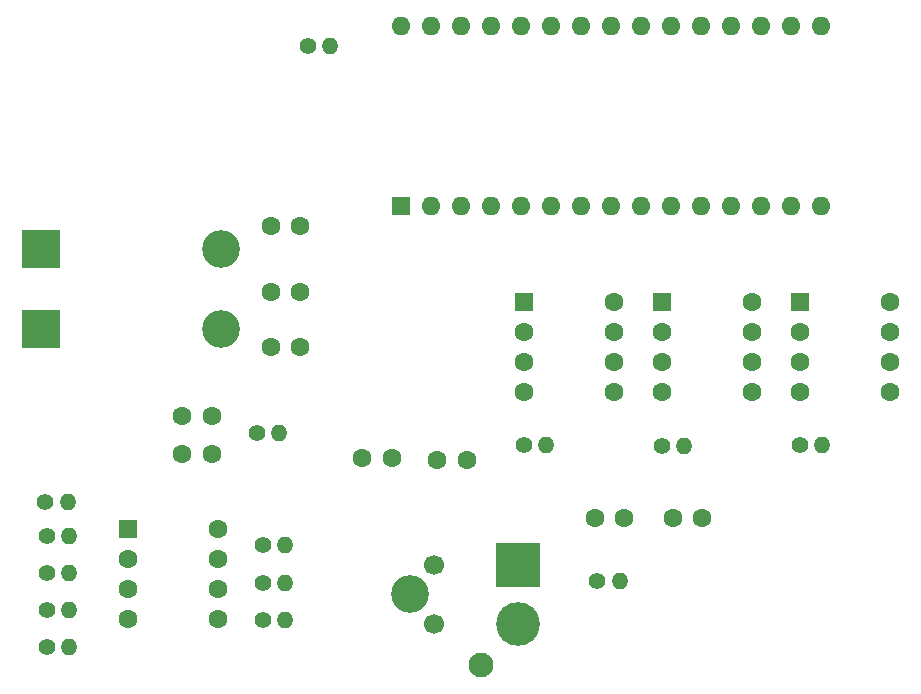
<source format=gbr>
%TF.GenerationSoftware,KiCad,Pcbnew,9.0.1*%
%TF.CreationDate,2025-05-22T16:31:06+05:30*%
%TF.ProjectId,escDesign,65736344-6573-4696-976e-2e6b69636164,rev?*%
%TF.SameCoordinates,Original*%
%TF.FileFunction,Soldermask,Bot*%
%TF.FilePolarity,Negative*%
%FSLAX46Y46*%
G04 Gerber Fmt 4.6, Leading zero omitted, Abs format (unit mm)*
G04 Created by KiCad (PCBNEW 9.0.1) date 2025-05-22 16:31:06*
%MOMM*%
%LPD*%
G01*
G04 APERTURE LIST*
G04 Aperture macros list*
%AMRoundRect*
0 Rectangle with rounded corners*
0 $1 Rounding radius*
0 $2 $3 $4 $5 $6 $7 $8 $9 X,Y pos of 4 corners*
0 Add a 4 corners polygon primitive as box body*
4,1,4,$2,$3,$4,$5,$6,$7,$8,$9,$2,$3,0*
0 Add four circle primitives for the rounded corners*
1,1,$1+$1,$2,$3*
1,1,$1+$1,$4,$5*
1,1,$1+$1,$6,$7*
1,1,$1+$1,$8,$9*
0 Add four rect primitives between the rounded corners*
20,1,$1+$1,$2,$3,$4,$5,0*
20,1,$1+$1,$4,$5,$6,$7,0*
20,1,$1+$1,$6,$7,$8,$9,0*
20,1,$1+$1,$8,$9,$2,$3,0*%
G04 Aperture macros list end*
%ADD10C,1.400000*%
%ADD11O,1.400000X1.400000*%
%ADD12C,1.600000*%
%ADD13RoundRect,0.250000X-0.550000X-0.550000X0.550000X-0.550000X0.550000X0.550000X-0.550000X0.550000X0*%
%ADD14R,3.200000X3.200000*%
%ADD15O,3.200000X3.200000*%
%ADD16R,1.600000X1.600000*%
%ADD17O,1.600000X1.600000*%
%ADD18C,1.700000*%
%ADD19R,3.700000X3.700000*%
%ADD20C,3.700000*%
%ADD21C,2.100000*%
%ADD22C,3.200000*%
G04 APERTURE END LIST*
D10*
%TO.C,R9*%
X152003000Y-147422000D03*
D11*
X153903000Y-147422000D03*
%TD*%
D10*
%TO.C,R10*%
X197490000Y-132588000D03*
D11*
X199390000Y-132588000D03*
%TD*%
D12*
%TO.C,C3*%
X145181000Y-130175000D03*
X147681000Y-130175000D03*
%TD*%
%TO.C,C1*%
X160421000Y-133731000D03*
X162921000Y-133731000D03*
%TD*%
D13*
%TO.C,U10*%
X140589000Y-139700000D03*
D12*
X140589000Y-142240000D03*
X140589000Y-144780000D03*
X140589000Y-147320000D03*
X148209000Y-147320000D03*
X148209000Y-144780000D03*
X148209000Y-142240000D03*
X148209000Y-139700000D03*
%TD*%
D10*
%TO.C,R7*%
X152003000Y-141122000D03*
D11*
X153903000Y-141122000D03*
%TD*%
D12*
%TO.C,C7*%
X166771000Y-133858000D03*
X169271000Y-133858000D03*
%TD*%
D13*
%TO.C,U8*%
X174117000Y-120523000D03*
D12*
X174117000Y-123063000D03*
X174117000Y-125603000D03*
X174117000Y-128143000D03*
X181737000Y-128143000D03*
X181737000Y-125603000D03*
X181737000Y-123063000D03*
X181737000Y-120523000D03*
%TD*%
%TO.C,C9*%
X180126000Y-138811000D03*
X182626000Y-138811000D03*
%TD*%
D14*
%TO.C,D1*%
X133223000Y-116059000D03*
D15*
X148463000Y-116059000D03*
%TD*%
D10*
%TO.C,R2*%
X133736000Y-143433000D03*
D11*
X135636000Y-143433000D03*
%TD*%
D16*
%TO.C,A2*%
X163703000Y-112395000D03*
D17*
X166243000Y-112395000D03*
X168783000Y-112395000D03*
X171323000Y-112395000D03*
X173863000Y-112395000D03*
X176403000Y-112395000D03*
X178943000Y-112395000D03*
X181483000Y-112395000D03*
X184023000Y-112395000D03*
X186563000Y-112395000D03*
X189103000Y-112395000D03*
X191643000Y-112395000D03*
X194183000Y-112395000D03*
X196723000Y-112395000D03*
X199263000Y-112395000D03*
X199263000Y-97155000D03*
X196723000Y-97155000D03*
X194183000Y-97155000D03*
X191643000Y-97155000D03*
X189103000Y-97155000D03*
X186563000Y-97155000D03*
X184023000Y-97155000D03*
X181483000Y-97155000D03*
X178943000Y-97155000D03*
X176403000Y-97155000D03*
X173863000Y-97155000D03*
X171323000Y-97155000D03*
X168783000Y-97155000D03*
X166243000Y-97155000D03*
X163703000Y-97155000D03*
%TD*%
D13*
%TO.C,U9*%
X197485000Y-120523000D03*
D12*
X197485000Y-123063000D03*
X197485000Y-125603000D03*
X197485000Y-128143000D03*
X205105000Y-128143000D03*
X205105000Y-125603000D03*
X205105000Y-123063000D03*
X205105000Y-120523000D03*
%TD*%
D10*
%TO.C,R11*%
X185785000Y-132715000D03*
D11*
X187685000Y-132715000D03*
%TD*%
D10*
%TO.C,R5*%
X180345000Y-144145000D03*
D11*
X182245000Y-144145000D03*
%TD*%
D10*
%TO.C,R6*%
X133600000Y-137439000D03*
D11*
X135500000Y-137439000D03*
%TD*%
D14*
%TO.C,D2*%
X133223000Y-122809000D03*
D15*
X148463000Y-122809000D03*
%TD*%
D10*
%TO.C,R8*%
X152003000Y-144272000D03*
D11*
X153903000Y-144272000D03*
%TD*%
D10*
%TO.C,RV1*%
X155813000Y-98806000D03*
D11*
X157713000Y-98806000D03*
%TD*%
D13*
%TO.C,U7*%
X185806000Y-120523000D03*
D12*
X185806000Y-123063000D03*
X185806000Y-125603000D03*
X185806000Y-128143000D03*
X193426000Y-128143000D03*
X193426000Y-125603000D03*
X193426000Y-123063000D03*
X193426000Y-120523000D03*
%TD*%
%TO.C,C4*%
X155174000Y-119634000D03*
X152674000Y-119634000D03*
%TD*%
D10*
%TO.C,R1*%
X133736000Y-140283000D03*
D11*
X135636000Y-140283000D03*
%TD*%
D10*
%TO.C,R12*%
X174122000Y-132588000D03*
D11*
X176022000Y-132588000D03*
%TD*%
D12*
%TO.C,C8*%
X186730000Y-138811000D03*
X189230000Y-138811000D03*
%TD*%
D10*
%TO.C,R4*%
X133736000Y-149733000D03*
D11*
X135636000Y-149733000D03*
%TD*%
D12*
%TO.C,C2*%
X145201000Y-133350000D03*
X147701000Y-133350000D03*
%TD*%
%TO.C,C6*%
X152694000Y-114046000D03*
X155194000Y-114046000D03*
%TD*%
%TO.C,C5*%
X152674000Y-124333000D03*
X155174000Y-124333000D03*
%TD*%
D10*
%TO.C,RV2*%
X151495000Y-131572000D03*
D11*
X153395000Y-131572000D03*
%TD*%
D18*
%TO.C,J1*%
X166497000Y-142748000D03*
X166497000Y-147748000D03*
D19*
X173647000Y-142748000D03*
D20*
X173647000Y-147748000D03*
D21*
X170497000Y-151248000D03*
D22*
X164497000Y-145248000D03*
%TD*%
D10*
%TO.C,R3*%
X133736000Y-146583000D03*
D11*
X135636000Y-146583000D03*
%TD*%
M02*

</source>
